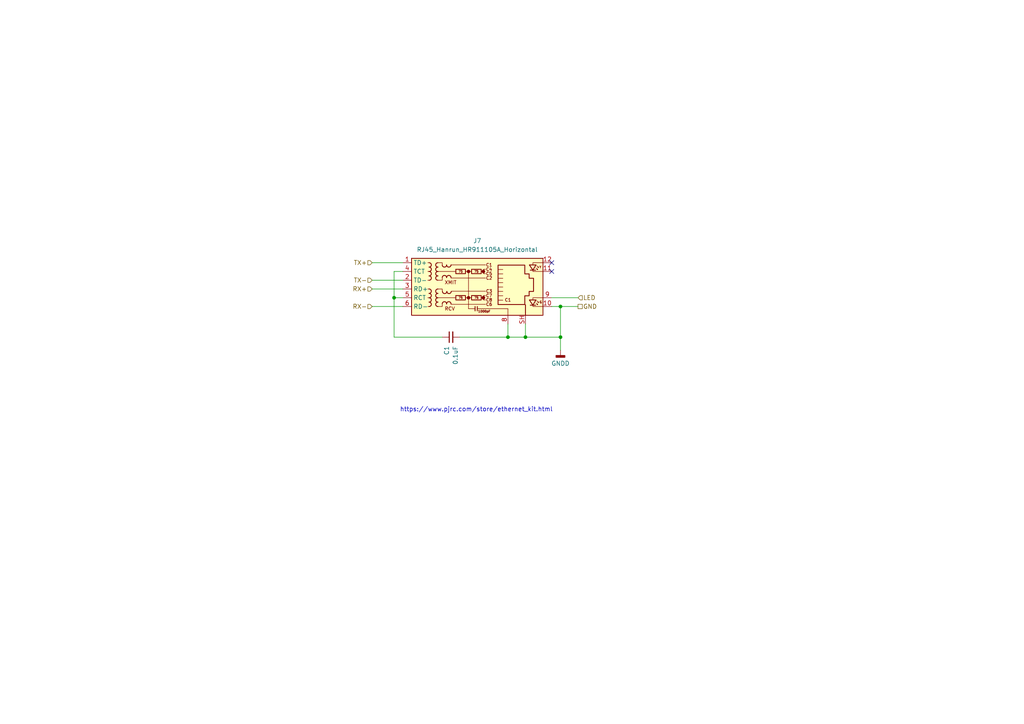
<source format=kicad_sch>
(kicad_sch (version 20231120) (generator "eeschema") (generator_version "8.0")
  (paper "A4")
  (lib_symbols
    (symbol "Connector:RJ45_Hanrun_HR911105A_Horizontal"
      (property "Reference" "J" (at 18.415 10.16 0))
      (property "Value" "RJ45_Hanrun_HR911105A_Horizontal" (at -19.05 10.16 0))
      (symbol "RJ45_Hanrun_HR911105A_Horizontal_0_0"
        (circle (center -1.27 -2.54) (radius 0.0001) (stroke (width 0.508)))
        (circle (center -1.27 5.08) (radius 0.0001) (stroke (width 0.508)))
        (polyline (pts (xy -1.27 5.08) (xy -1.27 -5.715)))
        (polyline (pts (xy 0.635 -5.08) (xy 0.635 -6.35)) (stroke (width 0.254)))
        (polyline (pts (xy 1.27 -5.08) (xy 1.27 -6.35)) (stroke (width 0.254)))
        (polyline (pts (xy 3.048 -2.54) (xy 2.54 -2.54)))
        (polyline (pts (xy 3.048 5.08) (xy 2.54 5.08)))
        (polyline (pts (xy 17.399 -3.175) (xy 17.399 -2.54) (xy 20.32 -2.54)))
        (polyline (pts (xy 17.399 6.985) (xy 17.399 7.62) (xy 20.32 7.62)))
        (polyline (pts (xy 20.32 -5.08) (xy 17.399 -5.08) (xy 17.399 -4.572)))
        (polyline (pts (xy 20.32 5.08) (xy 17.399 5.08) (xy 17.399 5.588)))
        (polyline (pts (xy 3.683 -1.905) (xy 3.048 -1.905) (xy 3.048 -3.175) (xy 3.683 -3.175)))
        (polyline (pts (xy 3.683 5.715) (xy 3.048 5.715) (xy 3.048 4.445) (xy 3.683 4.445)))
        (circle (center 3.048 -2.54) (radius 0.0001) (stroke (width 0.508)))
        (circle (center 3.048 5.08) (radius 0.0001) (stroke (width 0.508)))
        (text "C1" (at 4.699 6.985 0) (effects (font (size 0.889 0.889))))
        (text "C1" (at 10.16 -3.175 0) (effects (font (size 0.889 0.889))))
        (text "C2" (at 4.699 3.175 0) (effects (font (size 0.889 0.889))))
        (text "C3" (at 4.699 -0.635 0) (effects (font (size 0.889 0.889))))
        (text "C4" (at 4.699 5.715 0) (effects (font (size 0.889 0.889))))
        (text "C5" (at 4.699 4.445 0) (effects (font (size 0.889 0.889))))
        (text "C6" (at 4.699 -4.445 0) (effects (font (size 0.889 0.889))))
        (text "C7" (at 4.699 -1.905 0) (effects (font (size 0.889 0.889))))
        (text "C8" (at 4.699 -3.175 0) (effects (font (size 0.889 0.889))))
        (text "RCV" (at -8.255 -5.715 0) (effects (font (size 1.016 1.016)) (justify left)))
        (text "XMIT" (at -8.255 1.905 0) (effects (font (size 1.016 1.016)) (justify left)))
      )
      (symbol "RJ45_Hanrun_HR911105A_Horizontal_0_1"
        (rectangle (start -17.78 8.89) (end 20.32 -7.62) (stroke (width 0.254)) (fill (type background)))
        (polyline (pts (xy -12.7 -5.08) (xy -13.081 -5.08)))
        (polyline (pts (xy -12.7 -2.54) (xy -13.081 -2.54)))
        (polyline (pts (xy -12.7 0) (xy -13.081 0)))
        (polyline (pts (xy -12.7 2.54) (xy -13.081 2.54)))
        (polyline (pts (xy -12.7 5.08) (xy -13.081 5.08)))
        (polyline (pts (xy -12.7 7.62) (xy -13.081 7.62)))
        (polyline (pts (xy -6.35 -4.445) (xy 3.683 -4.445)))
        (polyline (pts (xy -6.35 3.175) (xy 3.683 3.175)))
        (polyline (pts (xy -6.35 6.985) (xy 3.683 6.985)))
        (polyline (pts (xy -6.223 -0.635) (xy 3.683 -0.635)))
        (polyline (pts (xy -5.08 -2.54) (xy -10.16 -2.54)))
        (polyline (pts (xy -4.953 5.08) (xy -10.16 5.08)))
        (polyline (pts (xy -2.159 -2.54) (xy -0.381 -2.54)))
        (polyline (pts (xy -2.159 5.08) (xy -0.381 5.08)))
        (polyline (pts (xy 0.635 -5.715) (xy -1.27 -5.715)))
        (polyline (pts (xy 7.4295 -1.9685) (xy 8.6995 -1.9685)))
        (polyline (pts (xy 7.4295 -0.6985) (xy 8.6995 -0.6985)))
        (polyline (pts (xy 7.4295 0.5715) (xy 8.6995 0.5715)))
        (polyline (pts (xy 7.4295 1.8415) (xy 8.6995 1.8415)))
        (polyline (pts (xy 7.4295 3.1115) (xy 8.6995 3.1115)))
        (polyline (pts (xy 8.6995 -3.2385) (xy 7.4295 -3.2385)))
        (polyline (pts (xy 8.6995 4.3815) (xy 7.4295 4.3815)))
        (polyline (pts (xy 8.6995 5.6515) (xy 7.4295 5.6515)))
        (polyline (pts (xy 10.16 -5.715) (xy 1.27 -5.715)))
        (polyline (pts (xy 10.16 -5.715) (xy 10.16 -7.62)))
        (polyline (pts (xy -10.16 0) (xy -8.89 0) (xy -8.89 -0.635)))
        (polyline (pts (xy -10.16 7.62) (xy -8.89 7.62) (xy -8.89 6.985)))
        (polyline (pts (xy -8.89 -4.445) (xy -8.89 -5.08) (xy -10.16 -5.08)))
        (polyline (pts (xy -8.89 3.175) (xy -8.89 2.54) (xy -10.16 2.54)))
      )
      (symbol "RJ45_Hanrun_HR911105A_Horizontal_1_0"
        (text "1000pF" (at 3.302 -6.477 0) (effects (font (size 0.635 0.635))))
      )
      (symbol "RJ45_Hanrun_HR911105A_Horizontal_1_1"
        (arc (start -12.7 -1.27) (mid -12.0677 -0.635) (end -12.7 0) (stroke (width 0.254)))
        (arc (start -12.6973 -5.08) (mid -12.065 -4.445) (end -12.6973 -3.81) (stroke (width 0.254)))
        (arc (start -12.6973 -3.81) (mid -12.065 -3.175) (end -12.6973 -2.54) (stroke (width 0.254)))
        (arc (start -12.6973 -2.54) (mid -12.065 -1.905) (end -12.6973 -1.27) (stroke (width 0.254)))
        (arc (start -12.6973 6.35) (mid -12.065 6.985) (end -12.6973 7.62) (stroke (width 0.254)))
        (arc (start -12.6946 2.54) (mid -12.0623 3.175) (end -12.6946 3.81) (stroke (width 0.254)))
        (arc (start -12.6946 3.81) (mid -12.0623 4.445) (end -12.6946 5.08) (stroke (width 0.254)))
        (arc (start -12.6946 5.08) (mid -12.0623 5.715) (end -12.6946 6.35) (stroke (width 0.254)))
        (arc (start -10.1654 -2.54) (mid -10.7977 -3.175) (end -10.1654 -3.81) (stroke (width 0.254)))
        (arc (start -10.1654 -1.27) (mid -10.7977 -1.905) (end -10.1654 -2.54) (stroke (width 0.254)))
        (arc (start -10.1654 0) (mid -10.7977 -0.635) (end -10.1654 -1.27) (stroke (width 0.254)))
        (arc (start -10.1654 5.08) (mid -10.7977 4.445) (end -10.1654 3.81) (stroke (width 0.254)))
        (arc (start -10.1654 6.35) (mid -10.7977 5.715) (end -10.1654 5.08) (stroke (width 0.254)))
        (arc (start -10.1654 7.62) (mid -10.7977 6.985) (end -10.1654 6.35) (stroke (width 0.254)))
        (arc (start -10.1627 -3.81) (mid -10.795 -4.445) (end -10.1627 -5.08) (stroke (width 0.254)))
        (arc (start -10.1627 3.81) (mid -10.795 3.175) (end -10.1627 2.54) (stroke (width 0.254)))
        (arc (start -8.89 6.9823) (mid -8.255 6.35) (end -7.62 6.9823) (stroke (width 0.254)))
        (arc (start -8.8265 -0.7012) (mid -8.1915 -1.3335) (end -7.5565 -0.7012) (stroke (width 0.254)))
        (arc (start -7.62 -4.3153) (mid -8.255 -3.683) (end -8.89 -4.3153) (stroke (width 0.254)))
        (arc (start -7.62 3.3047) (mid -8.255 3.937) (end -8.89 3.3047) (stroke (width 0.254)))
        (arc (start -7.62 6.985) (mid -6.985 6.3527) (end -6.35 6.985) (stroke (width 0.254)))
        (arc (start -7.5565 -0.6985) (mid -6.9215 -1.3308) (end -6.2865 -0.6985) (stroke (width 0.254)))
        (arc (start -6.35 -4.3126) (mid -6.985 -3.6803) (end -7.62 -4.3126) (stroke (width 0.254)))
        (arc (start -6.35 3.3074) (mid -6.985 3.9397) (end -7.62 3.3074) (stroke (width 0.254)))
        (rectangle (start -4.953 -1.905) (end -2.159 -3.175) (stroke (width 0.254)))
        (rectangle (start -4.953 5.715) (end -2.159 4.445) (stroke (width 0.254)))
        (rectangle (start -0.381 -1.905) (end 2.413 -3.175) (stroke (width 0.254)))
        (rectangle (start -0.381 5.715) (end 2.413 4.445) (stroke (width 0.254)))
        (polyline (pts (xy 15.24 -7.62) (xy 15.24 -4.572)) (stroke (width 0.254)))
        (polyline (pts (xy 18.161 -4.699) (xy 16.637 -4.699)) (stroke (width 0.254)))
        (polyline (pts (xy 18.161 5.461) (xy 16.637 5.461)) (stroke (width 0.254)))
        (polyline (pts (xy 18.796 -4.572) (xy 18.796 -4.318)))
        (polyline (pts (xy 18.796 5.588) (xy 18.796 5.842)))
        (polyline (pts (xy 19.05 -3.937) (xy 19.05 -3.683)))
        (polyline (pts (xy 19.05 6.223) (xy 19.05 6.477)))
        (polyline (pts (xy 18.288 -4.064) (xy 18.796 -4.572) (xy 18.542 -4.572)))
        (polyline (pts (xy 18.288 6.096) (xy 18.796 5.588) (xy 18.542 5.588)))
        (polyline (pts (xy 18.542 -3.429) (xy 19.05 -3.937) (xy 18.796 -3.937)))
        (polyline (pts (xy 18.542 6.731) (xy 19.05 6.223) (xy 18.796 6.223)))
        (polyline (pts (xy 18.288 -3.175) (xy 16.383 -3.175) (xy 17.399 -4.699) (xy 18.288 -3.175)) (stroke (width 0.254)))
        (polyline (pts (xy 18.288 6.985) (xy 16.383 6.985) (xy 17.399 5.461) (xy 18.288 6.985)) (stroke (width 0.254)))
        (polyline (pts (xy 7.3025 -4.5085) (xy 7.3025 6.9215) (xy 15.0495 6.9215) (xy 15.0495 4.3815) (xy 16.3195 4.3815) (xy 16.3195 3.1115) (xy 17.5895 3.1115) (xy 17.5895 -0.6985) (xy 16.3195 -0.6985) (xy 16.3195 -1.9685) (xy 15.0495 -1.9685) (xy 15.0495 -4.5085) (xy 7.3025 -4.5085)) (stroke (width 0.254)))
        (text "75" (at -3.556 -2.54 0) (effects (font (size 0.635 0.635))))
        (text "75" (at -3.556 5.08 0) (effects (font (size 0.635 0.635))))
        (text "75" (at 1.016 -2.54 0) (effects (font (size 0.635 0.635))))
        (text "75" (at 1.016 5.08 0) (effects (font (size 0.635 0.635))))
        (text "G" (at 19.685 -3.81 0) (effects (font (size 0.635 0.635))))
        (text "Y" (at 19.558 6.35 0) (effects (font (size 0.635 0.635))))
        (pin passive line (at -20.32 7.62 0) (length 2.54) (name "TD+") (number "1"))
        (pin passive line (at 22.86 -5.08 180) (length 2.54) (name "") (number "10"))
        (pin passive line (at 22.86 5.08 180) (length 2.54) (name "") (number "11"))
        (pin passive line (at 22.86 7.62 180) (length 2.54) (name "") (number "12"))
        (pin passive line (at -20.32 2.54 0) (length 2.54) (name "TD-") (number "2"))
        (pin passive line (at -20.32 0 0) (length 2.54) (name "RD+") (number "3"))
        (pin passive line (at -20.32 5.08 0) (length 2.54) (name "TCT") (number "4"))
        (pin passive line (at -20.32 -2.54 0) (length 2.54) (name "RCT") (number "5"))
        (pin passive line (at -20.32 -5.08 0) (length 2.54) (name "RD-") (number "6"))
        (pin no_connect line (at 20.32 0 0) (length 0) hide (name "NC") (number "7"))
        (pin power_in line (at 10.16 -10.16 90) (length 2.54) (name "") (number "8"))
        (pin passive line (at 22.86 -2.54 180) (length 2.54) (name "") (number "9"))
        (pin passive line (at 15.24 -10.16 90) (length 2.54) (name "") (number "SH"))
      )
    )
    (symbol "Device:C_Small" (pin_numbers hide) (pin_names (offset 0.254) hide)
      (property "Reference" "C" (at 0.254 1.778 0))
      (property "Value" "C_Small" (at 0.254 -2.032 0))
      (symbol "C_Small_0_1"
        (polyline (pts (xy -1.524 -0.508) (xy 1.524 -0.508)) (stroke (width 0.3302)))
        (polyline (pts (xy -1.524 0.508) (xy 1.524 0.508)) (stroke (width 0.3048)))
      )
      (symbol "C_Small_1_1"
        (pin passive line (at 0 2.54 270) (length 2.032) (name "~") (number "1"))
        (pin passive line (at 0 -2.54 90) (length 2.032) (name "~") (number "2"))
      )
    )
    (symbol "power:GNDD" (power) (pin_names (offset 0))
      (property "Value" "GNDD" (at 0 -3.175 0))
      (symbol "GNDD_0_1"
        (rectangle (start -1.27 -1.524) (end 1.27 -2.032) (stroke (width 0.254)) (fill (type outline)))
        (polyline (pts (xy 0 0) (xy 0 -1.524)))
      )
      (symbol "GNDD_1_1"
        (pin power_in line (at 0 0 270) (length 0) hide (name "GNDD") (number "1"))
      )
    )
  )
  (junction (at 162.56 88.9))
  (junction (at 162.56 97.79))
  (junction (at 152.4 97.79))
  (junction (at 147.32 97.79))
  (junction (at 114.3 86.36))
  (no_connect (at 160.02 76.2))
  (no_connect (at 160.02 78.74))
  (wire (pts (xy 152.4 97.79) (xy 152.4 93.98)))
  (wire (pts (xy 162.56 97.79) (xy 152.4 97.79)))
  (wire (pts (xy 160.02 88.9) (xy 162.56 88.9)))
  (wire (pts (xy 107.95 76.2) (xy 116.84 76.2)))
  (wire (pts (xy 160.02 86.36) (xy 167.64 86.36)))
  (wire (pts (xy 147.32 93.98) (xy 147.32 97.79)))
  (wire (pts (xy 162.56 88.9) (xy 167.64 88.9)))
  (wire (pts (xy 162.56 88.9) (xy 162.56 97.79)))
  (wire (pts (xy 147.32 97.79) (xy 152.4 97.79)))
  (wire (pts (xy 114.3 86.36) (xy 114.3 97.79)))
  (wire (pts (xy 114.3 78.74) (xy 114.3 86.36)))
  (wire (pts (xy 162.56 97.79) (xy 162.56 101.6)))
  (wire (pts (xy 107.95 81.28) (xy 116.84 81.28)))
  (wire (pts (xy 128.27 97.79) (xy 114.3 97.79)))
  (wire (pts (xy 133.35 97.79) (xy 147.32 97.79)))
  (wire (pts (xy 107.95 88.9) (xy 116.84 88.9)))
  (wire (pts (xy 116.84 78.74) (xy 114.3 78.74)))
  (wire (pts (xy 114.3 86.36) (xy 116.84 86.36)))
  (wire (pts (xy 107.95 83.82) (xy 116.84 83.82)))
  (text "https://www.pjrc.com/store/ethernet_kit.html" (at 138.176 118.872 0) (effects (font (size 1.27 1.27))))
  (hierarchical_label "GND" (shape passive) (at 167.64 88.9 0))
  (hierarchical_label "TX+" (shape input) (at 107.95 76.2 180))
  (hierarchical_label "LED" (shape input) (at 167.64 86.36 0))
  (hierarchical_label "TX-" (shape input) (at 107.95 81.28 180))
  (hierarchical_label "RX-" (shape input) (at 107.95 88.9 180))
  (hierarchical_label "RX+" (shape input) (at 107.95 83.82 180))
  (symbol (lib_id "Device:C_Small") (at 130.81 97.79 90) (unit 1)
    (property "Reference" "C1" (at 129.5462 100.33 0) (effects (justify right)))
    (property "Value" "0.1uF" (at 132.0862 100.33 0) (effects (justify right)))
    (property "Footprint" "Capacitor_SMD:C_0805_2012Metric" (effects (hide yes)))
    (property "Description" "Unpolarized capacitor, small symbol" (effects (hide yes)))
  )
  (symbol (lib_id "power:GNDD") (at 162.56 101.6 0) (unit 1)
    (property "Reference" "#PWR026" (effects (hide yes)))
    (property "Value" "GNDD" (at 162.56 105.41 0))
    (property "Description" "Power symbol creates a global label with name \"GNDD\" , digital ground" (effects (hide yes)))
  )
  (symbol (lib_id "Connector:RJ45_Hanrun_HR911105A_Horizontal") (at 137.16 83.82 0) (unit 1)
    (property "Reference" "J7" (at 138.43 69.85 0))
    (property "Value" "RJ45_Hanrun_HR911105A_Horizontal" (at 138.43 72.39 0))
    (property "Footprint" "Connector_RJ:RJ45_Hanrun_HR911105A_Horizontal" (effects (hide yes)))
    (property "Datasheet" "https://datasheet.lcsc.com/lcsc/1811141815_HANRUN-Zhongshan-HanRun-Elec-HR911105A_C12074.pdf" (effects (hide yes)))
    (property "Description" "1 Port RJ45 Magjack Connector Through Hole 10/100 Base-T, AutoMDIX" (effects (hide yes)))
  )
)
</source>
